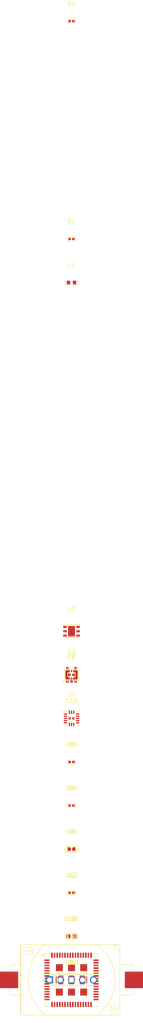
<source format=kicad_pcb>
(kicad_pcb (version 20241229) (generator "atopile") (generator_version "0.12.4")
  (layers (0 "F.Cu" signal) (31 "B.Cu" signal) (34 "B.Paste" user) (35 "F.Paste" user) (36 "B.SilkS" user "B.Silkscreen") (37 "F.SilkS" user "F.Silkscreen") (38 "B.Mask" user) (39 "F.Mask" user) (44 "Edge.Cuts" user))
  (net 0 "")
  (net 1 "PC13")
  (net 2 "PA2_UART2_TX")
  (net 3 "PA3_UART2_RX")
  (net 4 "PC0")
  (net 7 "VLXSMPS")
  (net 8 "PC6")
  (net 9 "PC4")
  (net 11 "PB7_UART1_RX")
  (net 18 "PA4")
  (net 19 "PA5")
  (net 20 "PB9")
  (net 22 "PB15")
  (net 26 "PC1")
  (net 30 "PC5")
  (net 31 "VREFpos")
  (net 32 "VFBSMPS")
  (net 39 "PC3")
  (net 6 "PB1")
  (net 41 "PA10")
  (net 43 "PA7")
  (net 44 "PB13")
  (net 45 "PB10")
  (net 47 "PA6")
  (net 48 "footprint-net-3")
  (net 50 "footprint-net-2")
  (net 51 "PB14")
  (net 52 "VDDMPS")
  (net 53 "PB12")
  (net 56 "PA8")
  (net 58 "PC2")
  (net 59 "PA11")
  (net 60 "PA9")
  (net 61 "PB11")
  (net 62 "BOOT0")
  (net 65 "PA12")
  (net 116 "footprint-net-0")
  (net 16 "Feed")
  (net 13 "swclk")
  (net 25 "swdio")
  (net 23 "footprint-net-1")
  (net 28 "A")
  (net 29 "CS_AUX")
  (net 33 "i2c_sda")
  (net 34 "c1-vcc")
  (net 35 "DRDY_INT")
  (net 36 "ADC2")
  (net 38 "adc_ntc")
  (net 42 "SCX")
  (net 46 "footprint-net-4")
  (net 49 "SDO_SUX")
  (net 54 "ADC3")
  (net 55 "footprint-CS-0")
  (net 57 "footprint-INT2-0")
  (net 63 "SDO_SA0")
  (net 64 "ADC1")
  (net 67 "SDX")
  (net 68 "i2c_scl")
  (net 69 "vcc_mcu")
  (net 70 "led_status")
  (net 71 "RES")
  (net 72 "INT1")
  (net 74 "activation")
  (net 75 "vbat")
  (net 76 "gnd")
  (net 77 "footprint-net-5")
  (net 78 "footprint-INT2-1")
  (net 79 "footprint-CS-1")
  (net 5 "nrst")
  (net 10 "c_harm-net")
  (net 12 "c5-vcc")
  (net 14 "RF_OUT")
  (footprint "RAKwireless_RAK3172_SIP_8_SM_NI:LGA-73_L12.0-W12.0-P0.60-TL" (layer "F.Cu") (at 0 0 0)
    (property "Reference" "U1" (at 0 -9.65 0) (layer "F.SilkS") (hide no))
    (property "Value" "")
    (fp_text user "${REFERENCE}" (at 0 -9.65 0) (layer "F.SilkS"))
    (pad "1" smd rect (at -5.65 -4.5 0) (size 1.17 0.37) (layers "F.Cu" "F.Paste" "F.Mask") (net 25 "swdio"))
    (pad "2" smd rect (at -5.65 -3.9 0) (size 1.17 0.37) (layers "F.Cu" "F.Paste" "F.Mask") (net 13 "swclk"))
    (pad "3" smd rect (at -5.65 -3.3 0) (size 1.17 0.37) (layers "F.Cu" "F.Paste" "F.Mask") (net 69 "vcc_mcu"))
    (pad "4" smd rect (at -5.65 -2.7 0) (size 1.17 0.37) (layers "F.Cu" "F.Paste" "F.Mask") (net 75 "vbat"))
    (pad "5" smd rect (at -5.65 -2.1 0) (size 1.17 0.37) (layers "F.Cu" "F.Paste" "F.Mask") (net 1 "PC13"))
    (pad "6" smd rect (at -5.65 -1.5 0) (size 1.17 0.37) (layers "F.Cu" "F.Paste" "F.Mask") (net 31 "VREFpos"))
    (pad "7" smd rect (at -5.65 -0.9 0) (size 1.17 0.37) (layers "F.Cu" "F.Paste" "F.Mask") (net 69 "vcc_mcu"))
    (pad "8" smd rect (at -5.65 -0.3 0) (size 1.17 0.37) (layers "F.Cu" "F.Paste" "F.Mask") (net 68 "i2c_scl"))
    (pad "9" smd rect (at -5.65 0.3 0) (size 1.17 0.37) (layers "F.Cu" "F.Paste" "F.Mask") (net 22 "PB15"))
    (pad "10" smd rect (at -5.65 0.9 0) (size 1.17 0.37) (layers "F.Cu" "F.Paste" "F.Mask") (net 32 "VFBSMPS"))
    (pad "11" smd rect (at -5.65 1.5 0) (size 1.17 0.37) (layers "F.Cu" "F.Paste" "F.Mask") (net 52 "VDDMPS"))
    (pad "12" smd rect (at -5.65 2.1 0) (size 1.17 0.37) (layers "F.Cu" "F.Paste" "F.Mask") (net 76 "gnd"))
    (pad "13" smd rect (at -5.65 2.7 0) (size 1.17 0.37) (layers "F.Cu" "F.Paste" "F.Mask") (net 7 "VLXSMPS"))
    (pad "14" smd rect (at -5.65 3.3 0) (size 1.17 0.37) (layers "F.Cu" "F.Paste" "F.Mask") (net 78 "footprint-INT2-1"))
    (pad "15" smd rect (at -5.65 3.9 0) (size 1.17 0.37) (layers "F.Cu" "F.Paste" "F.Mask") (net 72 "INT1"))
    (pad "16" smd rect (at -5.65 4.5 0) (size 1.17 0.37) (layers "F.Cu" "F.Paste" "F.Mask") (net 70 "led_status"))
    (pad "17" smd rect (at -4.5 5.65 0) (size 0.37 1.17) (layers "F.Cu" "F.Paste" "F.Mask") (net 33 "i2c_sda"))
    (pad "18" smd rect (at -3.9 5.65 0) (size 0.37 1.17) (layers "F.Cu" "F.Paste" "F.Mask") (net 11 "PB7_UART1_RX"))
    (pad "19" smd rect (at -3.3 5.65 0) (size 0.37 1.17) (layers "F.Cu" "F.Paste" "F.Mask") (net 35 "DRDY_INT"))
    (pad "20" smd rect (at -2.7 5.65 0) (size 0.37 1.17) (layers "F.Cu" "F.Paste" "F.Mask") (net 20 "PB9"))
    (pad "21" smd rect (at -2.1 5.65 0) (size 0.37 1.17) (layers "F.Cu" "F.Paste" "F.Mask") (net 4 "PC0"))
    (pad "22" smd rect (at -1.5 5.65 0) (size 0.37 1.17) (layers "F.Cu" "F.Paste" "F.Mask") (net 26 "PC1"))
    (pad "23" smd rect (at -0.9 5.65 0) (size 0.37 1.17) (layers "F.Cu" "F.Paste" "F.Mask") (net 58 "PC2"))
    (pad "24" smd rect (at -0.3 5.65 0) (size 0.37 1.17) (layers "F.Cu" "F.Paste" "F.Mask") (net 39 "PC3"))
    (pad "25" smd rect (at 0.3 5.65 0) (size 0.37 1.17) (layers "F.Cu" "F.Paste" "F.Mask") (net 9 "PC4"))
    (pad "26" smd rect (at 0.9 5.65 0) (size 0.37 1.17) (layers "F.Cu" "F.Paste" "F.Mask") (net 30 "PC5"))
    (pad "27" smd rect (at 1.5 5.65 0) (size 0.37 1.17) (layers "F.Cu" "F.Paste" "F.Mask") (net 8 "PC6"))
    (pad "28" smd rect (at 2.1 5.65 0) (size 0.37 1.17) (layers "F.Cu" "F.Paste" "F.Mask") (net 76 "gnd"))
    (pad "29" smd rect (at 2.7 5.65 0) (size 0.37 1.17) (layers "F.Cu" "F.Paste" "F.Mask") (net 2 "PA2_UART2_TX"))
    (pad "30" smd rect (at 3.3 5.65 0) (size 0.37 1.17) (layers "F.Cu" "F.Paste" "F.Mask") (net 3 "PA3_UART2_RX"))
    (pad "31" smd rect (at 3.9 5.65 0) (size 0.37 1.17) (layers "F.Cu" "F.Paste" "F.Mask") (net 18 "PA4"))
    (pad "32" smd rect (at 4.5 5.65 0) (size 0.37 1.17) (layers "F.Cu" "F.Paste" "F.Mask") (net 19 "PA5"))
    (pad "33" smd rect (at 5.65 4.5 0) (size 1.17 0.37) (layers "F.Cu" "F.Paste" "F.Mask") (net 47 "PA6"))
    (pad "34" smd rect (at 5.65 3.9 0) (size 1.17 0.37) (layers "F.Cu" "F.Paste" "F.Mask") (net 43 "PA7"))
    (pad "35" smd rect (at 5.65 3.3 0) (size 1.17 0.37) (layers "F.Cu" "F.Paste" "F.Mask") (net 76 "gnd"))
    (pad "36" smd rect (at 5.65 2.7 0) (size 1.17 0.37) (layers "F.Cu" "F.Paste" "F.Mask") (net 76 "gnd"))
    (pad "37" smd rect (at 5.65 2.1 0) (size 1.17 0.37) (layers "F.Cu" "F.Paste" "F.Mask") (net 14 "RF_OUT"))
    (pad "38" smd rect (at 5.65 1.5 0) (size 1.17 0.37) (layers "F.Cu" "F.Paste" "F.Mask") (net 76 "gnd"))
    (pad "39" smd rect (at 5.65 0.9 0) (size 1.17 0.37) (layers "F.Cu" "F.Paste" "F.Mask") (net 76 "gnd"))
    (pad "40" smd rect (at 5.65 0.3 0) (size 1.17 0.37) (layers "F.Cu" "F.Paste" "F.Mask") (net 50 "footprint-net-2"))
    (pad "41" smd rect (at 5.65 -0.3 0) (size 1.17 0.37) (layers "F.Cu" "F.Paste" "F.Mask") (net 48 "footprint-net-3"))
    (pad "42" smd rect (at 5.65 -0.9 0) (size 1.17 0.37) (layers "F.Cu" "F.Paste" "F.Mask") (net 74 "activation"))
    (pad "43" smd rect (at 5.65 -1.5 0) (size 1.17 0.37) (layers "F.Cu" "F.Paste" "F.Mask") (net 62 "BOOT0"))
    (pad "44" smd rect (at 5.65 -2.1 0) (size 1.17 0.37) (layers "F.Cu" "F.Paste" "F.Mask") (net 5 "nrst"))
    (pad "45" smd rect (at 5.65 -2.7 0) (size 1.17 0.37) (layers "F.Cu" "F.Paste" "F.Mask") (net 38 "adc_ntc"))
    (pad "46" smd rect (at 5.65 -3.3 0) (size 1.17 0.37) (layers "F.Cu" "F.Paste" "F.Mask") (net 76 "gnd"))
    (pad "47" smd rect (at 5.65 -3.9 0) (size 1.17 0.37) (layers "F.Cu" "F.Paste" "F.Mask") (net 76 "gnd"))
    (pad "48" smd rect (at 5.65 -4.5 0) (size 1.17 0.37) (layers "F.Cu" "F.Paste" "F.Mask") (net 61 "PB11"))
    (pad "49" smd rect (at 4.5 -5.65 0) (size 0.37 1.17) (layers "F.Cu" "F.Paste" "F.Mask") (net 45 "PB10"))
    (pad "50" smd rect (at 3.9 -5.65 0) (size 0.37 1.17) (layers "F.Cu" "F.Paste" "F.Mask") (net 60 "PA9"))
    (pad "51" smd rect (at 3.3 -5.65 0) (size 0.37 1.17) (layers "F.Cu" "F.Paste" "F.Mask") (net 56 "PA8"))
    (pad "52" smd rect (at 2.7 -5.65 0) (size 0.37 1.17) (layers "F.Cu" "F.Paste" "F.Mask") (net 76 "gnd"))
    (pad "53" smd rect (at 2.1 -5.65 0) (size 0.37 1.17) (layers "F.Cu" "F.Paste" "F.Mask") (net 69 "vcc_mcu"))
    (pad "54" smd rect (at 1.5 -5.65 0) (size 0.37 1.17) (layers "F.Cu" "F.Paste" "F.Mask") (net 69 "vcc_mcu"))
    (pad "55" smd rect (at 0.9 -5.65 0) (size 0.37 1.17) (layers "F.Cu" "F.Paste" "F.Mask") (net 69 "vcc_mcu"))
    (pad "56" smd rect (at 0.3 -5.65 0) (size 0.37 1.17) (layers "F.Cu" "F.Paste" "F.Mask") (net 76 "gnd"))
    (pad "57" smd rect (at -0.3 -5.65 0) (size 0.37 1.17) (layers "F.Cu" "F.Paste" "F.Mask") (net 6 "PB1"))
    (pad "58" smd rect (at -0.9 -5.65 0) (size 0.37 1.17) (layers "F.Cu" "F.Paste" "F.Mask") (net 57 "footprint-INT2-0"))
    (pad "59" smd rect (at -1.5 -5.65 0) (size 0.37 1.17) (layers "F.Cu" "F.Paste" "F.Mask") (net 53 "PB12"))
    (pad "60" smd rect (at -2.1 -5.65 0) (size 0.37 1.17) (layers "F.Cu" "F.Paste" "F.Mask") (net 44 "PB13"))
    (pad "61" smd rect (at -2.7 -5.65 0) (size 0.37 1.17) (layers "F.Cu" "F.Paste" "F.Mask") (net 51 "PB14"))
    (pad "62" smd rect (at -3.3 -5.65 0) (size 0.37 1.17) (layers "F.Cu" "F.Paste" "F.Mask") (net 41 "PA10"))
    (pad "63" smd rect (at -3.9 -5.65 0) (size 0.37 1.17) (layers "F.Cu" "F.Paste" "F.Mask") (net 59 "PA11"))
    (pad "64" smd rect (at -4.5 -5.65 0) (size 0.37 1.17) (layers "F.Cu" "F.Paste" "F.Mask") (net 65 "PA12"))
    (pad "65" smd rect (at -2.8 -2.8 0) (size 1.6 1.6) (layers "F.Cu" "F.Paste" "F.Mask") (net 76 "gnd"))
    (pad "66" smd rect (at 0 -2.8 0) (size 1.6 1.6) (layers "F.Cu" "F.Paste" "F.Mask") (net 76 "gnd"))
    (pad "67" smd rect (at 2.8 -2.8 0) (size 1.6 1.6) (layers "F.Cu" "F.Paste" "F.Mask") (net 76 "gnd"))
    (pad "68" smd rect (at -2.8 0 0) (size 1.6 1.6) (layers "F.Cu" "F.Paste" "F.Mask") (net 76 "gnd"))
    (pad "69" smd rect (at 0 0 0) (size 1.6 1.6) (layers "F.Cu" "F.Paste" "F.Mask") (net 76 "gnd"))
    (pad "70" smd rect (at 2.8 0 0) (size 1.6 1.6) (layers "F.Cu" "F.Paste" "F.Mask") (net 76 "gnd"))
    (pad "71" smd rect (at -2.8 2.8 0) (size 1.6 1.6) (layers "F.Cu" "F.Paste" "F.Mask") (net 76 "gnd"))
    (pad "72" smd rect (at 0 2.8 0) (size 1.6 1.6) (layers "F.Cu" "F.Paste" "F.Mask") (net 76 "gnd"))
    (pad "73" smd rect (at 2.8 2.8 0) (size 1.6 1.6) (layers "F.Cu" "F.Paste" "F.Mask") (net 76 "gnd"))
  )
  (footprint "Murata_Electronics_GRM155R61A475KEAAD:C0402" (layer "F.Cu") (at 0 0 0)
    (property "Reference" "C3" (at 0 -4 0) (layer "F.SilkS") (hide no))
    (property "Value" "4.7µF ±10% 10V X5R")
    (fp_text user "${REFERENCE}" (at 0 -4 0) (layer "F.SilkS"))
    (pad "2" smd rect (at 0.42 0 0) (size 0.5 0.54) (layers "F.Cu" "F.Paste" "F.Mask") (net 76 "gnd"))
    (pad "1" smd rect (at -0.42 0 0) (size 0.5 0.54) (layers "F.Cu" "F.Paste" "F.Mask") (net 34 "c1-vcc"))
  )
  (footprint "YAGEO_CC0402KRX7R9BB104:C0402" (layer "F.Cu") (at 0 -70 0)
    (property "Reference" "C4" (at 0 -4 0) (layer "F.SilkS") (hide no))
    (property "Value" "100nF ±10% 50V X7R")
    (fp_text user "${REFERENCE}" (at 0 -4 0) (layer "F.SilkS"))
    (pad "2" smd rect (at 0.42 0 0) (size 0.5 0.54) (layers "F.Cu" "F.Paste" "F.Mask") (net 76 "gnd"))
    (pad "1" smd rect (at -0.42 0 0) (size 0.5 0.54) (layers "F.Cu" "F.Paste" "F.Mask") (net 34 "c1-vcc"))
  )
  (footprint "Murata_Electronics_LQM18FN100M00D:L0603" (layer "F.Cu") (at 0 -160 0)
    (property "Reference" "L1" (at 0 -4 0) (layer "F.SilkS") (hide no))
    (property "Value" "10µH ±20% 30MHz 50mA 1.17Ω")
    (fp_text user "${REFERENCE}" (at 0 -4 0) (layer "F.SilkS"))
    (pad "1" smd rect (at -0.7 0 180) (size 0.8 0.86) (layers "F.Cu" "F.Paste" "F.Mask") (net 116 "footprint-net-0"))
    (pad "2" smd rect (at 0.7 0 180) (size 0.8 0.86) (layers "F.Cu" "F.Paste" "F.Mask") (net 23 "footprint-net-1"))
  )
  (footprint "YAGEO_RC0402FR_0710KL:R0402" (layer "F.Cu") (at 0 -170 0)
    (property "Reference" "R1" (at 0 -4 0) (layer "F.SilkS") (hide no))
    (property "Value" "10kΩ ±1% 62.5mW")
    (fp_text user "${REFERENCE}" (at 0 -4 0) (layer "F.SilkS"))
    (pad "2" smd rect (at 0.43 0 0) (size 0.57 0.54) (layers "F.Cu" "F.Paste" "F.Mask") (net 38 "adc_ntc"))
    (pad "1" smd rect (at -0.43 0 0) (size 0.57 0.54) (layers "F.Cu" "F.Paste" "F.Mask") (net 34 "c1-vcc"))
  )
  (footprint "Murata_Electronics_NCP15XH103F03RC:R0402" (layer "F.Cu") (at 0 -220 0)
    (property "Reference" "R2" (at 0 -4 0) (layer "F.SilkS") (hide no))
    (property "Value" "")
    (fp_text user "${REFERENCE}" (at 0 -4 0) (layer "F.SilkS"))
    (pad "2" smd rect (at 0.43 0 0) (size 0.57 0.54) (layers "F.Cu" "F.Paste" "F.Mask") (net 76 "gnd"))
    (pad "1" smd rect (at -0.43 0 0) (size 0.57 0.54) (layers "F.Cu" "F.Paste" "F.Mask") (net 38 "adc_ntc"))
  )
  (footprint "Q_J_CR2032_BS_6_1:BAT-TH_CR2032-BS-6-1" (layer "F.Cu") (at 0 0 0)
    (property "Reference" "B1" (at 0 -4 0) (layer "F.SilkS") (hide no))
    (property "Value" "")
    (fp_text user "${REFERENCE}" (at 0 -4 0) (layer "F.SilkS"))
    (pad "1" smd rect (at 14.39 0 0) (size 4.2 3.8) (layers "F.Cu" "F.Paste" "F.Mask") (net 75 "vbat"))
    (pad "2" smd rect (at -14.39 0 0) (size 4.2 3.8) (layers "F.Cu" "F.Paste" "F.Mask") (net 76 "gnd"))
  )
  (footprint "Everlight_Elec_19_217_GHC_YR1S2_3T:LED0603-RD" (layer "F.Cu") (at 0 -10 0)
    (property "Reference" "LED1" (at 0 -4 0) (layer "F.SilkS") (hide no))
    (property "Value" "")
    (fp_text user "${REFERENCE}" (at 0 -4 0) (layer "F.SilkS"))
    (pad "2" smd rect (at 0.75 0 90) (size 0.8 0.8) (layers "F.Cu" "F.Paste" "F.Mask") (net 28 "A"))
    (pad "1" smd rect (at -0.75 0 90) (size 0.8 0.8) (layers "F.Cu" "F.Paste" "F.Mask") (net 76 "gnd"))
  )
  (footprint "Murata_Electronics_BLM15PD121SN1D:L0402" (layer "F.Cu") (at 0 -20 0)
    (property "Reference" "L2" (at 0 -4 0) (layer "F.SilkS") (hide no))
    (property "Value" "")
    (fp_text user "${REFERENCE}" (at 0 -4 0) (layer "F.SilkS"))
    (pad "2" smd rect (at 0.42 0 0) (size 0.54 0.54) (layers "F.Cu" "F.Paste" "F.Mask") (net 34 "c1-vcc"))
    (pad "1" smd rect (at -0.42 0 0) (size 0.54 0.54) (layers "F.Cu" "F.Paste" "F.Mask") (net 75 "vbat"))
  )
  (footprint "Murata_Electronics_BLM15PD121SN1D:L0402" (layer "F.Cu") (at 0 -30 0)
    (property "Reference" "L3" (at 0 -4 0) (layer "F.SilkS") (hide no))
    (property "Value" "")
    (fp_text user "${REFERENCE}" (at 0 -4 0) (layer "F.SilkS"))
    (pad "2" smd rect (at 0.42 0 0) (size 0.54 0.54) (layers "F.Cu" "F.Paste" "F.Mask") (net 69 "vcc_mcu"))
    (pad "1" smd rect (at -0.42 0 0) (size 0.54 0.54) (layers "F.Cu" "F.Paste" "F.Mask") (net 34 "c1-vcc"))
  )
  (footprint "Murata_Electronics_BLM15PD121SN1D:L0402" (layer "F.Cu") (at 0 -40 0)
    (property "Reference" "L4" (at 0 -4 0) (layer "F.SilkS") (hide no))
    (property "Value" "")
    (fp_text user "${REFERENCE}" (at 0 -4 0) (layer "F.SilkS"))
    (pad "2" smd rect (at 0.42 0 0) (size 0.54 0.54) (layers "F.Cu" "F.Paste" "F.Mask") (net 12 "c5-vcc"))
    (pad "1" smd rect (at -0.42 0 0) (size 0.54 0.54) (layers "F.Cu" "F.Paste" "F.Mask") (net 34 "c1-vcc"))
  )
  (footprint "FMD_FT24C02A_KLR_T:SOT-23-5_L2.9-W1.5-P0.95-LS2.8-BL" (layer "F.Cu") (at 0 -70 0)
    (property "Reference" "U2" (at 0 -5.35 0) (layer "F.SilkS") (hide no))
    (property "Value" "")
    (fp_text user "${REFERENCE}" (at 0 -5.35 0) (layer "F.SilkS"))
    (pad "5" smd rect (at -0.95 -1.35 0) (size 0.55 0.9) (layers "F.Cu" "F.Paste" "F.Mask") (net 76 "gnd"))
    (pad "4" smd rect (at 0.95 -1.35 0) (size 0.55 0.9) (layers "F.Cu" "F.Paste" "F.Mask") (net 12 "c5-vcc"))
    (pad "3" smd rect (at 0.95 1.35 0) (size 0.55 0.9) (layers "F.Cu" "F.Paste" "F.Mask") (net 33 "i2c_sda"))
    (pad "2" smd rect (at 0 1.35 0) (size 0.55 0.9) (layers "F.Cu" "F.Paste" "F.Mask") (net 76 "gnd"))
    (pad "1" smd rect (at -0.95 1.35 0) (size 0.55 0.9) (layers "F.Cu" "F.Paste" "F.Mask") (net 68 "i2c_scl"))
  )
  (footprint "Texas_Instruments_HDC2080DMBR:WSON-6_L3.0-W3.0-P1.00-TL-EP" (layer "F.Cu") (at 0 -80 0)
    (property "Reference" "U3" (at 0 -5 0) (layer "F.SilkS") (hide no))
    (property "Value" "")
    (fp_text user "${REFERENCE}" (at 0 -5 0) (layer "F.SilkS"))
    (pad "1" smd rect (at -1.5 -1 90) (size 0.5 0.8) (layers "F.Cu" "F.Paste" "F.Mask") (net 33 "i2c_sda"))
    (pad "2" smd rect (at -1.5 0 90) (size 0.5 0.8) (layers "F.Cu" "F.Paste" "F.Mask") (net 76 "gnd"))
    (pad "3" smd rect (at -1.5 1 90) (size 0.5 0.8) (layers "F.Cu" "F.Paste" "F.Mask") (net 76 "gnd"))
    (pad "4" smd rect (at 1.5 1 90) (size 0.5 0.8) (layers "F.Cu" "F.Paste" "F.Mask") (net 35 "DRDY_INT"))
    (pad "7" smd rect (at 0 0 90) (size 2.4 1.6) (layers "F.Cu" "F.Paste" "F.Mask") (net 76 "gnd"))
    (pad "6" smd rect (at 1.5 -1 90) (size 0.5 0.8) (layers "F.Cu" "F.Paste" "F.Mask") (net 68 "i2c_scl"))
    (pad "5" smd rect (at 1.5 0 90) (size 0.5 0.8) (layers "F.Cu" "F.Paste" "F.Mask") (net 12 "c5-vcc"))
  )
  (footprint "KYOCERA_AVX_M620720:ANT-SMD_3P-L6.0-W2.0_M620720" (layer "F.Cu") (at 0 0 0)
    (property "Reference" "ANT1" (at 0 -4 0) (layer "F.SilkS") (hide no))
    (property "Value" "")
    (fp_text user "${REFERENCE}" (at 0 -4 0) (layer "F.SilkS"))
    (pad "3" smd rect (at 2.44 0 0) (size 1.1 2) (layers "F.Cu" "F.Paste" "F.Mask") (net 76 "gnd"))
    (pad "2" smd rect (at 0 0 0) (size 1.1 2) (layers "F.Cu" "F.Paste" "F.Mask") (net 76 "gnd"))
    (pad "1" smd rect (at -2.44 0 0) (size 1.1 2) (layers "F.Cu" "F.Paste" "F.Mask") (net 16 "Feed"))
  )
  (footprint "Murata_Electronics_GJM1555C1H5R6BB01D:C0402" (layer "F.Cu") (at 0 -10 0)
    (property "Reference" "C1" (at 0 -4 0) (layer "F.SilkS") (hide no))
    (property "Value" "5.6pF 50V C0G")
    (fp_text user "${REFERENCE}" (at 0 -4 0) (layer "F.SilkS"))
    (pad "2" smd rect (at 0.42 0 0) (size 0.5 0.54) (layers "F.Cu" "F.Paste" "F.Mask") (net 76 "gnd"))
    (pad "1" smd rect (at -0.42 0 0) (size 0.5 0.54) (layers "F.Cu" "F.Paste" "F.Mask") (net 10 "c_harm-net"))
  )
  (footprint "Murata_Electronics_GJM1555C1H5R6BB01D:C0402" (layer "F.Cu") (at 0 -20 0)
    (property "Reference" "C2" (at 0 -4 0) (layer "F.SilkS") (hide no))
    (property "Value" "5.6pF 50V C0G")
    (fp_text user "${REFERENCE}" (at 0 -4 0) (layer "F.SilkS"))
    (pad "2" smd rect (at 0.42 0 0) (size 0.5 0.54) (layers "F.Cu" "F.Paste" "F.Mask") (net 76 "gnd"))
    (pad "1" smd rect (at -0.42 0 0) (size 0.5 0.54) (layers "F.Cu" "F.Paste" "F.Mask") (net 16 "Feed"))
  )
  (footprint "Murata_Electronics_LQG15HS4N3S02D:L0402" (layer "F.Cu") (at 0 -30 0)
    (property "Reference" "L5" (at 0 -4 0) (layer "F.SilkS") (hide no))
    (property "Value" "4.3nH 6GHz 750mA 140mΩ")
    (fp_text user "${REFERENCE}" (at 0 -4 0) (layer "F.SilkS"))
    (pad "2" smd rect (at 0.42 0 0) (size 0.54 0.54) (layers "F.Cu" "F.Paste" "F.Mask") (net 16 "Feed"))
    (pad "1" smd rect (at -0.42 0 0) (size 0.54 0.54) (layers "F.Cu" "F.Paste" "F.Mask") (net 10 "c_harm-net"))
  )
  (footprint "YAGEO_CC0402KRX7R9BB104:C0402" (layer "F.Cu") (at 0 0 0)
    (property "Reference" "C5" (at 0 -4 0) (layer "F.SilkS") (hide no))
    (property "Value" "100nF ±10% 50V X7R")
    (fp_text user "${REFERENCE}" (at 0 -4 0) (layer "F.SilkS"))
    (pad "2" smd rect (at 0.42 0 0) (size 0.5 0.54) (layers "F.Cu" "F.Paste" "F.Mask") (net 76 "gnd"))
    (pad "1" smd rect (at -0.42 0 0) (size 0.5 0.54) (layers "F.Cu" "F.Paste" "F.Mask") (net 69 "vcc_mcu"))
  )
  (footprint "Murata_Electronics_GRM155R61A475KEAAD:C0402" (layer "F.Cu") (at 0 -10 0)
    (property "Reference" "C6" (at 0 -4 0) (layer "F.SilkS") (hide no))
    (property "Value" "4.7µF ±10% 10V X5R")
    (fp_text user "${REFERENCE}" (at 0 -4 0) (layer "F.SilkS"))
    (pad "2" smd rect (at 0.42 0 0) (size 0.5 0.54) (layers "F.Cu" "F.Paste" "F.Mask") (net 76 "gnd"))
    (pad "1" smd rect (at -0.42 0 0) (size 0.5 0.54) (layers "F.Cu" "F.Paste" "F.Mask") (net 69 "vcc_mcu"))
  )
  (footprint "YAGEO_CC0402KRX7R9BB104:C0402" (layer "F.Cu") (at 0 -20 0)
    (property "Reference" "C7" (at 0 -4 0) (layer "F.SilkS") (hide no))
    (property "Value" "100nF ±10% 50V X7R")
    (fp_text user "${REFERENCE}" (at 0 -4 0) (layer "F.SilkS"))
    (pad "2" smd rect (at 0.42 0 0) (size 0.5 0.54) (layers "F.Cu" "F.Paste" "F.Mask") (net 76 "gnd"))
    (pad "1" smd rect (at -0.42 0 0) (size 0.5 0.54) (layers "F.Cu" "F.Paste" "F.Mask") (net 12 "c5-vcc"))
  )
  (footprint "Ckmtw_B_2100S05P_A110:HDR-TH_5P-P2.54-V-M" (layer "F.Cu") (at 0 0 0)
    (property "Reference" "H1" (at 0 -4 0) (layer "F.SilkS") (hide no))
    (property "Value" "")
    (fp_text user "${REFERENCE}" (at 0 -4 0) (layer "F.SilkS"))
    (pad "1" thru_hole rect (at -5.08 0 0) (size 1.7 1.7) (drill 1.1000231999999999) (layers "*.Cu" "*.Mask") (net 34 "c1-vcc"))
    (pad "2" thru_hole circle (at -2.54 0 0) (size 1.7 1.7) (drill 1.1000231999999999) (layers "*.Cu" "*.Mask") (net 25 "swdio"))
    (pad "3" thru_hole circle (at 0 0 0) (size 1.7 1.7) (drill 1.1000231999999999) (layers "*.Cu" "*.Mask") (net 13 "swclk"))
    (pad "4" thru_hole circle (at 2.54 0 0) (size 1.7 1.7) (drill 1.1000231999999999) (layers "*.Cu" "*.Mask") (net 5 "nrst"))
    (pad "5" thru_hole circle (at 5.08 0 0) (size 1.7 1.7) (drill 1.1000231999999999) (layers "*.Cu" "*.Mask") (net 76 "gnd"))
  )
  (footprint "YAGEO_CC0402KRX7R9BB104:C0402" (layer "F.Cu") (at 0 0 0)
    (property "Reference" "C8" (at 0 -4 0) (layer "F.SilkS") (hide no))
    (property "Value" "100nF ±10% 50V X7R")
    (fp_text user "${REFERENCE}" (at 0 -4 0) (layer "F.SilkS"))
    (pad "2" smd rect (at 0.42 0 0) (size 0.5 0.54) (layers "F.Cu" "F.Paste" "F.Mask") (net 76 "gnd"))
    (pad "1" smd rect (at -0.42 0 0) (size 0.5 0.54) (layers "F.Cu" "F.Paste" "F.Mask") (net 12 "c5-vcc"))
  )
  (footprint "YAGEO_CC0603MRX5R5BB226:C0603" (layer "F.Cu") (at 0 -10 0)
    (property "Reference" "C9" (at 0 -4 0) (layer "F.SilkS") (hide no))
    (property "Value" "22µF ±20% 6.3V X5R")
    (fp_text user "${REFERENCE}" (at 0 -4 0) (layer "F.SilkS"))
    (pad "2" smd rect (at 0.7 0 0) (size 0.8 0.9) (layers "F.Cu" "F.Paste" "F.Mask") (net 76 "gnd"))
    (pad "1" smd rect (at -0.7 0 0) (size 0.8 0.9) (layers "F.Cu" "F.Paste" "F.Mask") (net 75 "vbat"))
  )
  (footprint "YAGEO_RC0402FR_0710KL:R0402" (layer "F.Cu") (at 0 -20 0)
    (property "Reference" "R3" (at 0 -4 0) (layer "F.SilkS") (hide no))
    (property "Value" "10kΩ ±1% 62.5mW")
    (fp_text user "${REFERENCE}" (at 0 -4 0) (layer "F.SilkS"))
    (pad "2" smd rect (at 0.43 0 0) (size 0.57 0.54) (layers "F.Cu" "F.Paste" "F.Mask") (net 74 "activation"))
    (pad "1" smd rect (at -0.43 0 0) (size 0.57 0.54) (layers "F.Cu" "F.Paste" "F.Mask") (net 34 "c1-vcc"))
  )
  (footprint "YAGEO_RC0402JR_071KL:R0402" (layer "F.Cu") (at 0 -30 0)
    (property "Reference" "R4" (at 0 -4 0) (layer "F.SilkS") (hide no))
    (property "Value" "1kΩ ±5% 62.5mW")
    (fp_text user "${REFERENCE}" (at 0 -4 0) (layer "F.SilkS"))
    (pad "2" smd rect (at 0.43 0 0) (size 0.57 0.54) (layers "F.Cu" "F.Paste" "F.Mask") (net 28 "A"))
    (pad "1" smd rect (at -0.43 0 0) (size 0.57 0.54) (layers "F.Cu" "F.Paste" "F.Mask") (net 70 "led_status"))
  )
  (footprint "YAGEO_RC0402JR_074K7L:R0402" (layer "F.Cu") (at 0 -40 0)
    (property "Reference" "R5" (at 0 -4 0) (layer "F.SilkS") (hide no))
    (property "Value" "4.7kΩ ±5% 62.5mW")
    (fp_text user "${REFERENCE}" (at 0 -4 0) (layer "F.SilkS"))
    (pad "2" smd rect (at 0.43 0 0) (size 0.57 0.54) (layers "F.Cu" "F.Paste" "F.Mask") (net 33 "i2c_sda"))
    (pad "1" smd rect (at -0.43 0 0) (size 0.57 0.54) (layers "F.Cu" "F.Paste" "F.Mask") (net 34 "c1-vcc"))
  )
  (footprint "YAGEO_RC0402JR_074K7L:R0402" (layer "F.Cu") (at 0 -50 0)
    (property "Reference" "R6" (at 0 -4 0) (layer "F.SilkS") (hide no))
    (property "Value" "4.7kΩ ±5% 62.5mW")
    (fp_text user "${REFERENCE}" (at 0 -4 0) (layer "F.SilkS"))
    (pad "2" smd rect (at 0.43 0 0) (size 0.57 0.54) (layers "F.Cu" "F.Paste" "F.Mask") (net 68 "i2c_scl"))
    (pad "1" smd rect (at -0.43 0 0) (size 0.57 0.54) (layers "F.Cu" "F.Paste" "F.Mask") (net 34 "c1-vcc"))
  )
  (footprint "STMicroelectronics_LIS3DHTR:LGA-16_L3.0-W3.0-P0.50-TL" (layer "F.Cu") (at 0 -60 0)
    (property "Reference" "U4" (at 0 -5.4 0) (layer "F.SilkS") (hide no))
    (property "Value" "")
    (fp_text user "${REFERENCE}" (at 0 -5.4 0) (layer "F.SilkS"))
    (pad "1" smd oval (at -1.4 -1 0) (size 0.8 0.28) (layers "F.Cu" "F.Paste" "F.Mask") (net 12 "c5-vcc"))
    (pad "2" smd oval (at -1.4 -0.5 0) (size 0.8 0.28) (layers "F.Cu" "F.Paste" "F.Mask") (net 46 "footprint-net-4"))
    (pad "3" smd oval (at -1.4 0 0) (size 0.8 0.28) (layers "F.Cu" "F.Paste" "F.Mask") (net 77 "footprint-net-5"))
    (pad "4" smd oval (at -1.4 0.5 0) (size 0.8 0.28) (layers "F.Cu" "F.Paste" "F.Mask") (net 68 "i2c_scl"))
    (pad "5" smd oval (at -1.4 1 0) (size 0.8 0.28) (layers "F.Cu" "F.Paste" "F.Mask") (net 76 "gnd"))
    (pad "6" smd oval (at -0.5 1.4 0) (size 0.28 0.8) (layers "F.Cu" "F.Paste" "F.Mask") (net 33 "i2c_sda"))
    (pad "7" smd oval (at 0 1.4 0) (size 0.28 0.8) (layers "F.Cu" "F.Paste" "F.Mask") (net 76 "gnd"))
    (pad "8" smd oval (at 0.5 1.4 0) (size 0.28 0.8) (layers "F.Cu" "F.Paste" "F.Mask") (net 55 "footprint-CS-0"))
    (pad "9" smd oval (at 1.4 1 0) (size 0.8 0.28) (layers "F.Cu" "F.Paste" "F.Mask") (net 78 "footprint-INT2-1"))
    (pad "10" smd oval (at 1.4 0.5 0) (size 0.8 0.28) (layers "F.Cu" "F.Paste" "F.Mask") (net 71 "RES"))
    (pad "11" smd oval (at 1.4 0 0) (size 0.8 0.28) (layers "F.Cu" "F.Paste" "F.Mask") (net 72 "INT1"))
    (pad "12" smd oval (at 1.4 -0.5 0) (size 0.8 0.28) (layers "F.Cu" "F.Paste" "F.Mask") (net 76 "gnd"))
    (pad "13" smd oval (at 1.4 -1 0) (size 0.8 0.28) (layers "F.Cu" "F.Paste" "F.Mask") (net 54 "ADC3"))
    (pad "14" smd oval (at 0.5 -1.4 0) (size 0.28 0.8) (layers "F.Cu" "F.Paste" "F.Mask") (net 12 "c5-vcc"))
    (pad "15" smd oval (at 0 -1.4 0) (size 0.28 0.8) (layers "F.Cu" "F.Paste" "F.Mask") (net 36 "ADC2"))
    (pad "16" smd oval (at -0.5 -1.4 0) (size 0.28 0.8) (layers "F.Cu" "F.Paste" "F.Mask") (net 64 "ADC1"))
  )
  (footprint "QST_QMI8658C:LGA-14_L3.0-W2.5-P0.50-BR" (layer "F.Cu") (at 0 -70 0)
    (property "Reference" "U5" (at 0 -4.92 0) (layer "F.SilkS") (hide no))
    (property "Value" "")
    (fp_text user "${REFERENCE}" (at 0 -4.92 0) (layer "F.SilkS"))
    (pad "1" smd rect (at 1.17 0.75 0) (size 0.6 0.27) (layers "F.Cu" "F.Paste" "F.Mask") (net 63 "SDO_SA0"))
    (pad "2" smd rect (at 1.17 0.25 0) (size 0.6 0.27) (layers "F.Cu" "F.Paste" "F.Mask") (net 67 "SDX"))
    (pad "3" smd rect (at 1.17 -0.25 0) (size 0.6 0.27) (layers "F.Cu" "F.Paste" "F.Mask") (net 42 "SCX"))
    (pad "4" smd rect (at 1.17 -0.75 0) (size 0.6 0.27) (layers "F.Cu" "F.Paste" "F.Mask") (net 76 "gnd"))
    (pad "5" smd rect (at 0.5 -0.92 0) (size 0.27 0.6) (layers "F.Cu" "F.Paste" "F.Mask") (net 12 "c5-vcc"))
    (pad "6" smd rect (at 0 -0.92 0) (size 0.27 0.6) (layers "F.Cu" "F.Paste" "F.Mask") (net 76 "gnd"))
    (pad "7" smd rect (at -0.5 -0.92 0) (size 0.27 0.6) (layers "F.Cu" "F.Paste" "F.Mask") (net 76 "gnd"))
    (pad "8" smd rect (at -1.17 -0.75 0) (size 0.6 0.27) (layers "F.Cu" "F.Paste" "F.Mask") (net 12 "c5-vcc"))
    (pad "9" smd rect (at -1.17 -0.25 0) (size 0.6 0.27) (layers "F.Cu" "F.Paste" "F.Mask") (net 57 "footprint-INT2-0"))
    (pad "10" smd rect (at -1.17 0.25 0) (size 0.6 0.27) (layers "F.Cu" "F.Paste" "F.Mask") (net 29 "CS_AUX"))
    (pad "11" smd rect (at -1.17 0.75 0) (size 0.6 0.27) (layers "F.Cu" "F.Paste" "F.Mask") (net 49 "SDO_SUX"))
    (pad "12" smd rect (at -0.5 0.92 0) (size 0.27 0.6) (layers "F.Cu" "F.Paste" "F.Mask") (net 79 "footprint-CS-1"))
    (pad "13" smd rect (at 0 0.92 0) (size 0.27 0.6) (layers "F.Cu" "F.Paste" "F.Mask") (net 68 "i2c_scl"))
    (pad "14" smd rect (at 0.5 0.92 0) (size 0.27 0.6) (layers "F.Cu" "F.Paste" "F.Mask") (net 33 "i2c_sda"))
  )
  (footprint "Murata_Electronics_GJM1555C1H1R7BB01D:C0402" (layer "F.Cu") (at 0 0 0)
    (property "Reference" "C10" (at 0 -4 0) (layer "F.SilkS") (hide no))
    (property "Value" "1.7pF 50V C0G")
    (fp_text user "${REFERENCE}" (at 0 -4 0) (layer "F.SilkS"))
    (pad "2" smd rect (at 0.42 0 0) (size 0.5 0.54) (layers "F.Cu" "F.Paste" "F.Mask") (net 76 "gnd"))
    (pad "1" smd rect (at -0.42 0 0) (size 0.5 0.54) (layers "F.Cu" "F.Paste" "F.Mask") (net 10 "c_harm-net"))
  )
  (footprint "YAGEO_CC0402KRX7R9BB104:C0402" (layer "F.Cu") (at 0 -10 0)
    (property "Reference" "C11" (at 0 -4 0) (layer "F.SilkS") (hide no))
    (property "Value" "100nF ±10% 50V X7R")
    (fp_text user "${REFERENCE}" (at 0 -4 0) (layer "F.SilkS"))
    (pad "2" smd rect (at 0.42 0 0) (size 0.5 0.54) (layers "F.Cu" "F.Paste" "F.Mask") (net 76 "gnd"))
    (pad "1" smd rect (at -0.42 0 0) (size 0.5 0.54) (layers "F.Cu" "F.Paste" "F.Mask") (net 12 "c5-vcc"))
  )
  (footprint "YAGEO_CC0402KRX7R9BB104:C0402" (layer "F.Cu") (at 0 -20 0)
    (property "Reference" "C12" (at 0 -4 0) (layer "F.SilkS") (hide no))
    (property "Value" "100nF ±10% 50V X7R")
    (fp_text user "${REFERENCE}" (at 0 -4 0) (layer "F.SilkS"))
    (pad "2" smd rect (at 0.42 0 0) (size 0.5 0.54) (layers "F.Cu" "F.Paste" "F.Mask") (net 76 "gnd"))
    (pad "1" smd rect (at -0.42 0 0) (size 0.5 0.54) (layers "F.Cu" "F.Paste" "F.Mask") (net 12 "c5-vcc"))
  )
  (footprint "Samsung_Electro_Mechanics_CL10A105KB8NNNC:C0603" (layer "F.Cu") (at 0 -30 0)
    (property "Reference" "C13" (at 0 -4 0) (layer "F.SilkS") (hide no))
    (property "Value" "1µF ±10% 50V X5R")
    (fp_text user "${REFERENCE}" (at 0 -4 0) (layer "F.SilkS"))
    (pad "2" smd rect (at 0.7 0 0) (size 0.8 0.9) (layers "F.Cu" "F.Paste" "F.Mask") (net 76 "gnd"))
    (pad "1" smd rect (at -0.7 0 0) (size 0.8 0.9) (layers "F.Cu" "F.Paste" "F.Mask") (net 12 "c5-vcc"))
  )
  (footprint "YAGEO_CC0402KRX7R9BB104:C0402" (layer "F.Cu") (at 0 -40 0)
    (property "Reference" "C14" (at 0 -4 0) (layer "F.SilkS") (hide no))
    (property "Value" "100nF ±10% 50V X7R")
    (fp_text user "${REFERENCE}" (at 0 -4 0) (layer "F.SilkS"))
    (pad "2" smd rect (at 0.42 0 0) (size 0.5 0.54) (layers "F.Cu" "F.Paste" "F.Mask") (net 76 "gnd"))
    (pad "1" smd rect (at -0.42 0 0) (size 0.5 0.54) (layers "F.Cu" "F.Paste" "F.Mask") (net 5 "nrst"))
  )
  (footprint "YAGEO_CC0402KRX7R9BB104:C0402" (layer "F.Cu") (at 0 -50 0)
    (property "Reference" "C15" (at 0 -4 0) (layer "F.SilkS") (hide no))
    (property "Value" "100nF ±10% 50V X7R")
    (fp_text user "${REFERENCE}" (at 0 -4 0) (layer "F.SilkS"))
    (pad "2" smd rect (at 0.42 0 0) (size 0.5 0.54) (layers "F.Cu" "F.Paste" "F.Mask") (net 76 "gnd"))
    (pad "1" smd rect (at -0.42 0 0) (size 0.5 0.54) (layers "F.Cu" "F.Paste" "F.Mask") (net 12 "c5-vcc"))
  )
  (footprint "YAGEO_CC0402KRX7R9BB104:C0402" (layer "F.Cu") (at 0 -60 0)
    (property "Reference" "C16" (at 0 -4 0) (layer "F.SilkS") (hide no))
    (property "Value" "100nF ±10% 50V X7R")
    (fp_text user "${REFERENCE}" (at 0 -4 0) (layer "F.SilkS"))
    (pad "2" smd rect (at 0.42 0 0) (size 0.5 0.54) (layers "F.Cu" "F.Paste" "F.Mask") (net 76 "gnd"))
    (pad "1" smd rect (at -0.42 0 0) (size 0.5 0.54) (layers "F.Cu" "F.Paste" "F.Mask") (net 12 "c5-vcc"))
  )
  (footprint "TDK_NLV25T_4R7J_PF:IND-SMD_L2.5-W2.0_NLV25T-390J-PF" (layer "F.Cu") (at 0 -70 0)
    (property "Reference" "L6" (at 0 -4 0) (layer "F.SilkS") (hide no))
    (property "Value" "4.7µH ±5% 175mA 2.3Ω")
    (fp_text user "${REFERENCE}" (at 0 -4 0) (layer "F.SilkS"))
    (pad "1" smd rect (at 1.13 0 0) (size 1 1.9) (layers "F.Cu" "F.Paste" "F.Mask") (net 14 "RF_OUT"))
    (pad "2" smd rect (at -1.13 0 0) (size 1 1.9) (layers "F.Cu" "F.Paste" "F.Mask") (net 10 "c_harm-net"))
  )
)
</source>
